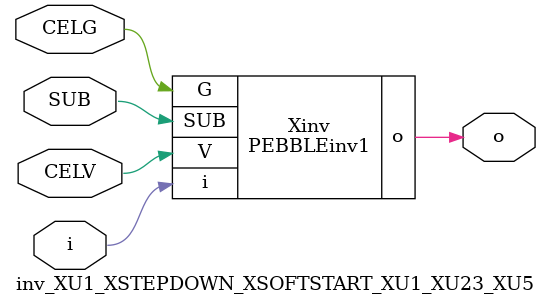
<source format=v>



module PEBBLEinv1 ( o, G, SUB, V, i );

  input V;
  input i;
  input G;
  output o;
  input SUB;
endmodule

//Celera Confidential Do Not Copy inv_XU1_XSTEPDOWN_XSOFTSTART_XU1_XU23_XU5
//Celera Confidential Symbol Generator
//5V Inverter
module inv_XU1_XSTEPDOWN_XSOFTSTART_XU1_XU23_XU5 (CELV,CELG,i,o,SUB);
input CELV;
input CELG;
input i;
input SUB;
output o;

//Celera Confidential Do Not Copy inv
PEBBLEinv1 Xinv(
.V (CELV),
.i (i),
.o (o),
.SUB (SUB),
.G (CELG)
);
//,diesize,PEBBLEinv1

//Celera Confidential Do Not Copy Module End
//Celera Schematic Generator
endmodule

</source>
